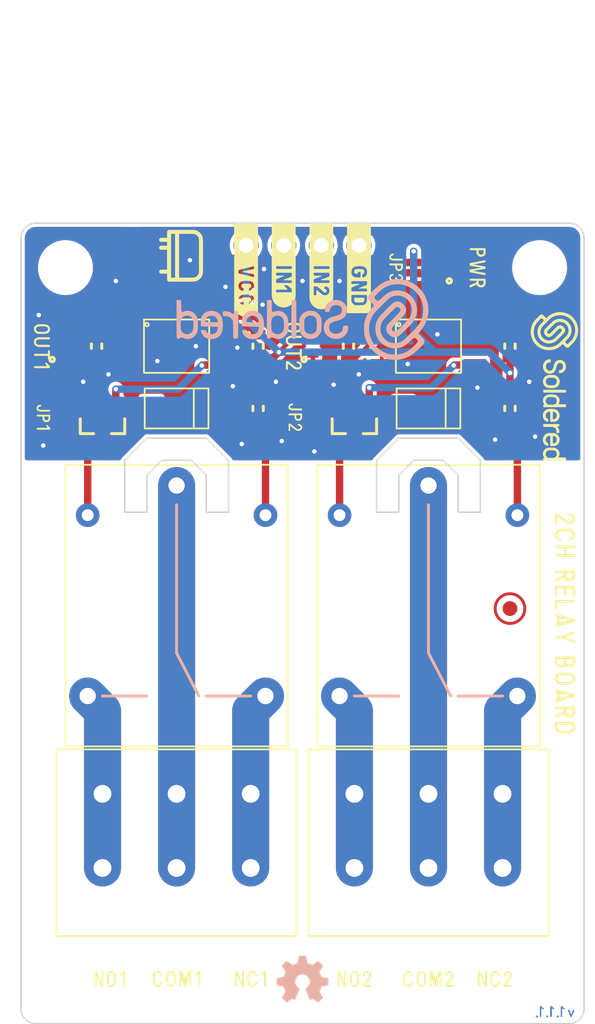
<source format=kicad_pcb>
(kicad_pcb (version 20210623) (generator pcbnew)
  (title_block (title "2CH relay board") (date "2021-07-13") (rev "V1.1.1.") (company "V1.1.1.") (comment 1 "333023"))
  (layers (0 "F.Cu" signal) (31 "B.Cu" signal) (34 "B.Paste" user) (35 "F.Paste" user) (36 "B.SilkS" user "B.Silkscreen") (37 "F.SilkS" user "F.Silkscreen") (38 "B.Mask" user) (39 "F.Mask" user) (44 "Edge.Cuts" user))
  (net 0 "")
  (net 1 "Net-(D1-Pad2)")
  (net 2 "VCC")
  (net 3 "Net-(D2-Pad2)")
  (net 4 "Net-(D2-Pad1)")
  (net 5 "Net-(D3-Pad2)")
  (net 6 "Net-(D4-Pad2)")
  (net 7 "Net-(D4-Pad1)")
  (net 8 "NC1")
  (net 9 "COM1")
  (net 10 "NO1")
  (net 11 "GND")
  (net 12 "IN2")
  (net 13 "IN1")
  (net 14 "NC2")
  (net 15 "COM2")
  (net 16 "NO2")
  (net 17 "Net-(Q1-Pad1)")
  (net 18 "Net-(Q2-Pad1)")
  (net 19 "Net-(R1-Pad1)")
  (net 20 "Net-(R3-Pad1)")
  (net 21 "Net-(R5-Pad1)")
  (net 22 "Net-(R7-Pad1)")
  (net 23 "Net-(JP1-Pad1)")
  (net 24 "Net-(JP2-Pad1)")
  (net 25 "Net-(D5-Pad1)")
  (net 26 "Net-(JP3-Pad2)")
  (footprint "buzzardLabel" (layer "F.Cu") (at 102.81 95.6 -90)
    (fp_text reference "" (at 0 0 90) (layer "F.SilkS") (effects (font (size 1.27 1.27))))
    (fp_text value "" (at 0 0 90) (layer "F.SilkS") (effects (font (size 1.27 1.27))))
  )
  (footprint "buzzardLabel" (layer "F.Cu") (at 110.8 99 -90)
    (fp_text reference "" (at 0 0 90) (layer "F.SilkS") (effects (font (size 1.27 1.27))))
    (fp_text value "" (at 0 0 90) (layer "F.SilkS") (effects (font (size 1.27 1.27))))
  )
  (footprint "e-radionica.com footprinti:SOT-23-3" (layer "F.Cu") (at 102.5 109.5 -90)
    (fp_text reference "Q2")
    (fp_text value "NPN-SOT-23-3")
    (pad "1" smd rect locked (at -1.2 -0.95) (size 0.6 1) (layers "F.Cu" "F.Paste" "F.Mask") (net 18 "Net-(Q2-Pad1)"))
    (pad "2" smd rect locked (at -1.2 0.95) (size 0.6 1) (layers "F.Cu" "F.Paste" "F.Mask") (net 11 "GND"))
    (pad "3" smd rect locked (at 1.2 0) (size 0.6 1) (layers "F.Cu" "F.Paste" "F.Mask") (net 7 "Net-(D4-Pad1)"))
  )
  (footprint "buzzardLabel" (layer "F.Cu") (at 81.5 109.1 -90)
    (fp_text reference "" (at 0 0 90) (layer "F.SilkS") (effects (font (size 1.27 1.27))))
    (fp_text value "" (at 0 0 90) (layer "F.SilkS") (effects (font (size 1.27 1.27))))
  )
  (footprint "e-radionica.com footprinti:SMD-JUMPER-CONNECTED_TRACE_SLODERMASK" (layer "F.Cu") (at 82.7 109.1 -90)
    (fp_text reference "JP1")
    (fp_text value "SMD-JUMPER-CONNECTED_TRACE_SLODERMASK")
    (fp_poly (pts (xy 0.1 0.1) (xy -0.1 0.1) (xy -0.1 -0.1) (xy 0.1 -0.1)) (layer "F.Cu") (width 0.1) (fill solid))
    (pad "1" smd rect (at -0.35 0 270) (size 0.5 1) (layers "F.Cu" "F.Mask") (net 23 "Net-(JP1-Pad1)"))
    (pad "2" smd rect (at 0.35 0 270) (size 0.5 1) (layers "F.Cu" "F.Mask") (net 4 "Net-(D2-Pad1)"))
  )
  (footprint "e-radionica.com footprinti:0402R" (layer "F.Cu") (at 108.3 99 90)
    (fp_text reference "R9")
    (fp_text value "2k2")
    (pad "1" smd rect locked (at -0.5 0 180) (size 0.64 0.54) (layers "F.Cu" "F.Paste" "F.Mask") (net 26 "Net-(JP3-Pad2)"))
    (pad "2" smd rect locked (at 0.5 0 180) (size 0.64 0.54) (layers "F.Cu" "F.Paste" "F.Mask") (net 25 "Net-(D5-Pad1)"))
  )
  (footprint "Soldered Graphics:Logo-Front-SolderedFULL-10mm" (layer "F.Cu") (at 116 107 -90)
    (fp_text reference "G***" hide)
    (fp_text value "LOGO" hide)
  )
  (footprint "e-radionica.com footprinti:FIDUCIAL_23" (layer "F.Cu") (at 113 122)
    (fp_text reference "FD2")
    (fp_text value "FIDUCIAL")
    (fp_circle (center 0 0) (end 1 0) (layer "F.Cu") (width 0.2) (fill none))
    (pad "1" smd circle (at 0 0) (size 1 1) (layers "F.Cu" "F.Paste" "F.Mask") (clearance 1.1))
  )
  (footprint "buzzardLabel" (layer "F.Cu") (at 95.19 95.6 -90)
    (fp_text reference "" (at 0 0 90) (layer "F.SilkS") (effects (font (size 1.27 1.27))))
    (fp_text value "" (at 0 0 90) (layer "F.SilkS") (effects (font (size 1.27 1.27))))
  )
  (footprint "e-radionica.com footprinti:HOLE_3.2mm" (layer "F.Cu") (at 115 147)
    (fp_text reference "H2" hide)
    (fp_text value "HOLE_3.2mm" hide)
    (pad "" np_thru_hole circle locked (at 0 0) (size 3.2 3.2) (drill 3.2) (layers F&B.Cu *.Mask))
  )
  (footprint "buzzardLabel" (layer "F.Cu") (at 97.73 95.6 -90)
    (fp_text reference "" (at 0 0 90) (layer "F.SilkS") (effects (font (size 1.27 1.27))))
    (fp_text value "" (at 0 0 90) (layer "F.SilkS") (effects (font (size 1.27 1.27))))
  )
  (footprint "e-radionica.com footprinti:HOLE_3.2mm" (layer "F.Cu") (at 83 99)
    (fp_text reference "H4" hide)
    (fp_text value "HOLE_3.2mm" hide)
    (pad "" np_thru_hole circle locked (at 0 0) (size 3.2 3.2) (drill 3.2) (layers F&B.Cu *.Mask))
  )
  (footprint "e-radionica.com footprinti:0402R" (layer "F.Cu") (at 82.7 106.7 90)
    (fp_text reference "R2")
    (fp_text value "2k2")
    (pad "1" smd rect locked (at -0.5 0 180) (size 0.64 0.54) (layers "F.Cu" "F.Paste" "F.Mask") (net 23 "Net-(JP1-Pad1)"))
    (pad "2" smd rect locked (at 0.5 0 180) (size 0.64 0.54) (layers "F.Cu" "F.Paste" "F.Mask") (net 1 "Net-(D1-Pad2)"))
  )
  (footprint "e-radionica.com footprinti:PC357_OPTO" (layer "F.Cu") (at 90.5 104.3)
    (fp_text reference "U1")
    (fp_text value "PC357_OPTO")
    (pad "1" smd rect locked (at -3.15 -1.27) (size 1.5 0.8) (layers "F.Cu" "F.Paste" "F.Mask") (net 19 "Net-(R1-Pad1)"))
    (pad "2" smd rect locked (at -3.15 1.27) (size 1.5 0.8) (layers "F.Cu" "F.Paste" "F.Mask") (net 11 "GND"))
    (pad "3" smd rect locked (at 3.15 1.27) (size 1.5 0.8) (layers "F.Cu" "F.Paste" "F.Mask") (net 17 "Net-(Q1-Pad1)"))
    (pad "4" smd rect locked (at 3.15 -1.27) (size 1.5 0.8) (layers "F.Cu" "F.Paste" "F.Mask") (net 20 "Net-(R3-Pad1)"))
  )
  (footprint "e-radionica.com footprinti:0603R" (layer "F.Cu") (at 96 108.5 90)
    (fp_text reference "R4")
    (fp_text value "10R")
    (pad "1" smd rect locked (at -0.775 0 180) (size 1 0.64) (layers "F.Cu" "F.Paste" "F.Mask") (net 3 "Net-(D2-Pad2)"))
    (pad "2" smd rect locked (at 0.775 0 180) (size 1 0.64) (layers "F.Cu" "F.Paste" "F.Mask") (net 2 "VCC"))
  )
  (footprint "e-radionica.com footprinti:0603R" (layer "F.Cu") (at 96 104.3 -90)
    (fp_text reference "R3")
    (fp_text value "330R")
    (pad "1" smd rect locked (at -0.775 0) (size 1 0.64) (layers "F.Cu" "F.Paste" "F.Mask") (net 20 "Net-(R3-Pad1)"))
    (pad "2" smd rect locked (at 0.775 0) (size 1 0.64) (layers "F.Cu" "F.Paste" "F.Mask") (net 2 "VCC"))
  )
  (footprint "buzzardLabel" (layer "F.Cu") (at 90.5 147)
    (fp_text reference "" (at 0 0) (layer "F.SilkS") (effects (font (size 1.27 1.27))))
    (fp_text value "" (at 0 0) (layer "F.SilkS") (effects (font (size 1.27 1.27))))
  )
  (footprint "e-radionica.com footprinti:0402LED" (layer "F.Cu") (at 82.7 104.3 -90)
    (fp_text reference "D1")
    (fp_text value "blue")
    (pad "1" smd rect locked (at -0.55 0) (size 0.75 0.45) (layers "F.Cu" "F.Paste" "F.Mask") (net 2 "VCC"))
    (pad "2" smd rect locked (at 0.55 0) (size 0.75 0.45) (layers "F.Cu" "F.Paste" "F.Mask") (net 1 "Net-(D1-Pad2)"))
  )
  (footprint "buzzardLabel" (layer "F.Cu") (at 107.5 147)
    (fp_text reference "" (at 0 0) (layer "F.SilkS") (effects (font (size 1.27 1.27))))
    (fp_text value "" (at 0 0) (layer "F.SilkS") (effects (font (size 1.27 1.27))))
  )
  (footprint "e-radionica.com footprinti:FIDUCIAL_23" (layer "F.Cu") (at 87.4 98)
    (fp_text reference "FD1")
    (fp_text value "FIDUCIAL")
    (fp_circle (center 0 0) (end 1 0) (layer "F.Cu") (width 0.2) (fill none))
    (pad "1" smd circle (at 0 0) (size 1 1) (layers "F.Cu" "F.Paste" "F.Mask") (clearance 1.1))
  )
  (footprint "buzzardLabel" (layer "F.Cu") (at 112 147)
    (fp_text reference "" (at 0 0) (layer "F.SilkS") (effects (font (size 1.27 1.27))))
    (fp_text value "" (at 0 0) (layer "F.SilkS") (effects (font (size 1.27 1.27))))
  )
  (footprint "e-radionica.com footprinti:0402LED" (layer "F.Cu") (at 109.5 99 -90)
    (fp_text reference "D5")
    (fp_text value "purple")
    (pad "1" smd rect locked (at -0.55 0) (size 0.75 0.45) (layers "F.Cu" "F.Paste" "F.Mask") (net 25 "Net-(D5-Pad1)"))
    (pad "2" smd rect locked (at 0.55 0) (size 0.75 0.45) (layers "F.Cu" "F.Paste" "F.Mask") (net 11 "GND"))
  )
  (footprint "e-radionica.com footprinti:SRD_RELAY_5V" (layer "F.Cu") (at 90.5 121.8 90)
    (fp_text reference "K1")
    (fp_text value "SRD_RELAY_5V")
    (pad "1" thru_hole circle locked (at 6.1 6 90) (size 1.6 1.6) (drill 0.8) (layers *.Cu *.Mask) (net 3 "Net-(D2-Pad2)"))
    (pad "2" thru_hole circle locked (at 6.1 -6 90) (size 1.6 1.6) (drill 0.8) (layers *.Cu *.Mask) (net 4 "Net-(D2-Pad1)"))
    (pad "3" thru_hole circle locked (at -6.1 -6 90) (size 2 2) (drill 1.1) (layers *.Cu *.Mask) (net 10 "NO1"))
    (pad "4" thru_hole circle locked (at 8.1 0 90) (size 2 2) (drill 1.1) (layers *.Cu *.Mask) (net 9 "COM1"))
    (pad "5" thru_hole circle locked (at -6.1 6 90) (size 2 2) (drill 1.1) (layers *.Cu *.Mask) (net 8 "NC1"))
  )
  (footprint "Soldered Graphics:Logo-Back-OSH-3.5mm" (layer "F.Cu") (at 99 147)
    (fp_text reference "G***" hide)
    (fp_text value "LOGO" hide)
  )
  (footprint "buzzardLabel" (layer "F.Cu") (at 116.7 123 -90)
    (fp_text reference "" (at 0 0 90) (layer "F.SilkS") (effects (font (size 1.27 1.27))))
    (fp_text value "" (at 0 0 90) (layer "F.SilkS") (effects (font (size 1.27 1.27))))
  )
  (footprint "e-radionica.com footprinti:0603R" (layer "F.Cu") (at 113 108.5 90)
    (fp_text reference "R8")
    (fp_text value "10R")
    (pad "1" smd rect locked (at -0.775 0 180) (size 1 0.64) (layers "F.Cu" "F.Paste" "F.Mask") (net 6 "Net-(D4-Pad2)"))
    (pad "2" smd rect locked (at 0.775 0 180) (size 1 0.64) (layers "F.Cu" "F.Paste" "F.Mask") (net 2 "VCC"))
  )
  (footprint "e-radionica.com footprinti:0603R" (layer "F.Cu") (at 85.1 104.3 90)
    (fp_text reference "R1")
    (fp_text value "100R")
    (pad "1" smd rect locked (at -0.775 0 180) (size 1 0.64) (layers "F.Cu" "F.Paste" "F.Mask") (net 19 "Net-(R1-Pad1)"))
    (pad "2" smd rect locked (at 0.775 0 180) (size 1 0.64) (layers "F.Cu" "F.Paste" "F.Mask") (net 13 "IN1"))
  )
  (footprint "buzzardLabel" (layer "F.Cu") (at 100.27 95.6 -90)
    (fp_text reference "" (at 0 0 90) (layer "F.SilkS") (effects (font (size 1.27 1.27))))
    (fp_text value "" (at 0 0 90) (layer "F.SilkS") (effects (font (size 1.27 1.27))))
  )
  (footprint "e-radionica.com footprinti:SMD-JUMPER-CONNECTED_TRACE_SLODERMASK" (layer "F.Cu") (at 106.5 99 -90)
    (fp_text reference "JP3")
    (fp_text value "SMD-JUMPER-CONNECTED_TRACE_SLODERMASK")
    (fp_poly (pts (xy 0.1 0.1) (xy -0.1 0.1) (xy -0.1 -0.1) (xy 0.1 -0.1)) (layer "F.Cu") (width 0.1) (fill solid))
    (pad "1" smd rect (at -0.35 0 270) (size 0.5 1) (layers "F.Cu" "F.Mask") (net 2 "VCC"))
    (pad "2" smd rect (at 0.35 0 270) (size 0.5 1) (layers "F.Cu" "F.Mask") (net 26 "Net-(JP3-Pad2)"))
  )
  (footprint "e-radionica.com footprinti:M4_DIODA" (layer "F.Cu") (at 107.5 108.5)
    (fp_text reference "D4")
    (fp_text value "M4_DIODA")
    (pad "1" smd rect locked (at -1.69 0) (size 1.27 1.47) (layers "F.Cu" "F.Paste" "F.Mask") (net 7 "Net-(D4-Pad1)"))
    (pad "2" smd rect locked (at 1.69 0) (size 1.27 1.47) (layers "F.Cu" "F.Paste" "F.Mask") (net 6 "Net-(D4-Pad2)"))
  )
  (footprint "e-radionica.com footprinti:0603R" (layer "F.Cu") (at 102.1 104.3 90)
    (fp_text reference "R5")
    (fp_text value "100R")
    (pad "1" smd rect locked (at -0.775 0 180) (size 1 0.64) (layers "F.Cu" "F.Paste" "F.Mask") (net 21 "Net-(R5-Pad1)"))
    (pad "2" smd rect locked (at 0.775 0 180) (size 1 0.64) (layers "F.Cu" "F.Paste" "F.Mask") (net 12 "IN2"))
  )
  (footprint "e-radionica.com footprinti:0603R" (layer "F.Cu") (at 113 104.3 -90)
    (fp_text reference "R7")
    (fp_text value "330R")
    (pad "1" smd rect locked (at -0.775 0) (size 1 0.64) (layers "F.Cu" "F.Paste" "F.Mask") (net 22 "Net-(R7-Pad1)"))
    (pad "2" smd rect locked (at 0.775 0) (size 1 0.64) (layers "F.Cu" "F.Paste" "F.Mask") (net 2 "VCC"))
  )
  (footprint "e-radionica.com footprinti:SMD-JUMPER-CONNECTED_TRACE_SLODERMASK" (layer "F.Cu") (at 99.7 109.1 -90)
    (fp_text reference "JP2")
    (fp_text value "SMD-JUMPER-CONNECTED_TRACE_SLODERMASK")
    (fp_poly (pts (xy 0.1 0.1) (xy -0.1 0.1) (xy -0.1 -0.1) (xy 0.1 -0.1)) (layer "F.Cu") (width 0.1) (fill solid))
    (pad "1" smd rect (at -0.35 0 270) (size 0.5 1) (layers "F.Cu" "F.Mask") (net 24 "Net-(JP2-Pad1)"))
    (pad "2" smd rect (at 0.35 0 270) (size 0.5 1) (layers "F.Cu" "F.Mask") (net 7 "Net-(D4-Pad1)"))
  )
  (footprint "e-radionica.com footprinti:0402LED" (layer "F.Cu") (at 99.7 104.3 -90)
    (fp_text reference "D3")
    (fp_text value "blue")
    (pad "1" smd rect locked (at -0.55 0) (size 0.75 0.45) (layers "F.Cu" "F.Paste" "F.Mask") (net 2 "VCC"))
    (pad "2" smd rect locked (at 0.55 0) (size 0.75 0.45) (layers "F.Cu" "F.Paste" "F.Mask") (net 5 "Net-(D3-Pad2)"))
  )
  (footprint "buzzardLabel" (layer "F.Cu") (at 86 147)
    (fp_text reference "" (at 0 0) (layer "F.SilkS") (effects (font (size 1.27 1.27))))
    (fp_text value "" (at 0 0) (layer "F.SilkS") (effects (font (size 1.27 1.27))))
  )
  (footprint "e-radionica.com footprinti:HOLE_3.2mm" (layer "F.Cu") (at 115 99)
    (fp_text reference "H3" hide)
    (fp_text value "HOLE_3.2mm" hide)
    (pad "" np_thru_hole circle locked (at 0 0) (size 3.2 3.2) (drill 3.2) (layers F&B.Cu *.Mask))
  )
  (footprint "buzzardLabel" (layer "F.Cu") (at 95.5 147)
    (fp_text reference "" (at 0 0) (layer "F.SilkS") (effects (font (size 1.27 1.27))))
    (fp_text value "" (at 0 0) (layer "F.SilkS") (effects (font (size 1.27 1.27))))
  )
  (footprint "Soldered Graphics:Logo-Back-SolderedFULL-17mm" (layer "F.Cu") (at 99 102.5)
    (fp_text reference "REF**" hide)
    (fp_text value "Logo-Front-SolderedFULL-17mm" hide)
  )
  (footprint "e-radionica.com footprinti:SOT-23-3" (layer "F.Cu") (at 85.5 109.5 -90)
    (fp_text reference "Q1")
    (fp_text value "NPN-SOT-23-3")
    (pad "1" smd rect locked (at -1.2 -0.95) (size 0.6 1) (layers "F.Cu" "F.Paste" "F.Mask") (net 17 "Net-(Q1-Pad1)"))
    (pad "2" smd rect locked (at -1.2 0.95) (size 0.6 1) (layers "F.Cu" "F.Paste" "F.Mask") (net 11 "GND"))
    (pad "3" smd rect locked (at 1.2 0) (size 0.6 1) (layers "F.Cu" "F.Paste" "F.Mask") (net 4 "Net-(D2-Pad1)"))
  )
  (footprint "buzzardLabel" (layer "F.Cu") (at 105.3 99 -90)
    (fp_text reference "" (at 0 0 90) (layer "F.SilkS") (effects (font (size 1.27 1.27))))
    (fp_text value "" (at 0 0 90) (layer "F.SilkS") (effects (font (size 1.27 1.27))))
  )
  (footprint "Soldered Graphics:Symbol-Front-Relay" (layer "F.Cu") (at 90.8 98.2 -90)
    (fp_text reference "G***" hide)
    (fp_text value "LOGO" hide)
  )
  (footprint "buzzardLabel" (layer "F.Cu") (at 98.4 104.3 -90)
    (fp_text reference "" (at 0 0 90) (layer "F.SilkS") (effects (font (size 1.27 1.27))))
    (fp_text value "" (at 0 0 90) (layer "F.SilkS") (effects (font (size 1.27 1.27))))
  )
  (footprint "e-radionica.com footprinti:PC357_OPTO" (layer "F.Cu") (at 107.5 104.3)
    (fp_text reference "U2")
    (fp_text value "PC357_OPTO")
    (pad "1" smd rect locked (at -3.15 -1.27) (size 1.5 0.8) (layers "F.Cu" "F.Paste" "F.Mask") (net 21 "Net-(R5-Pad1)"))
    (pad "2" smd rect locked (at -3.15 1.27) (size 1.5 0.8) (layers "F.Cu" "F.Paste" "F.Mask") (net 11 "GND"))
    (pad "3" smd rect locked (at 3.15 1.27) (size 1.5 0.8) (layers "F.Cu" "F.Paste" "F.Mask") (net 18 "Net-(Q2-Pad1)"))
    (pad "4" smd rect locked (at 3.15 -1.27) (size 1.5 0.8) (layers "F.Cu" "F.Paste" "F.Mask") (net 22 "Net-(R7-Pad1)"))
  )
  (footprint "buzzardLabel" (layer "F.Cu") (at 102.5 147)
    (fp_text reference "" (at 0 0) (layer "F.SilkS") (effects (font (size 1.27 1.27))))
    (fp_text value "" (at 0 0) (layer "F.SilkS") (effects (font (size 1.27 1.27))))
  )
  (footprint "e-radionica.com footprinti:M4_DIODA" (layer "F.Cu") (at 90.5 108.5)
    (fp_text reference "D2")
    (fp_text value "M4_DIODA")
    (pad "1" smd rect locked (at -1.69 0) (size 1.27 1.47) (layers "F.Cu" "F.Paste" "F.Mask") (net 4 "Net-(D2-Pad1)"))
    (pad "2" smd rect locked (at 1.69 0) (size 1.27 1.47) (layers "F.Cu" "F.Paste" "F.Mask") (net 3 "Net-(D2-Pad2)"))
  )
  (footprint "buzzardLabel" (layer "F.Cu") (at 81.4 104.3 -90)
    (fp_text reference "" (at 0 0 90) (layer "F.SilkS") (effects (font (size 1.27 1.27))))
    (fp_text value "" (at 0 0 90) (layer "F.SilkS") (effects (font (size 1.27 1.27))))
  )
  (footprint "buzzardLabel" (layer "F.Cu") (at 98.5 109.1 -90)
    (fp_text reference "" (at 0 0 90) (layer "F.SilkS") (effects (font (size 1.27 1.27))))
    (fp_text value "" (at 0 0 90) (layer "F.SilkS") (effects (font (size 1.27 1.27))))
  )
  (footprint "e-radionica.com footprinti:HOLE_3.2mm" (layer "F.Cu") (at 83 147)
    (fp_text reference "H1" hide)
    (fp_text value "HOLE_3.2mm" hide)
    (pad "" np_thru_hole circle locked (at 0 0) (size 3.2 3.2) (drill 3.2) (layers F&B.Cu *.Mask))
  )
  (footprint "e-radionica.com footprinti:SRD_RELAY_5V" (layer "F.Cu") (at 107.5 121.8 90)
    (fp_text reference "K4")
    (fp_text value "SRD_RELAY_5V")
    (pad "1" thru_hole circle locked (at 6.1 6 90) (size 1.6 1.6) (drill 0.8) (layers *.Cu *.Mask) (net 6 "Net-(D4-Pad2)"))
    (pad "2" thru_hole circle locked (at 6.1 -6 90) (size 1.6 1.6) (drill 0.8) (layers *.Cu *.Mask) (net 7 "Net-(D4-Pad1)"))
    (pad "3" thru_hole circle locked (at -6.1 -6 90) (size 2 2) (drill 1.1) (layers *.Cu *.Mask) (net 16 "NO2"))
    (pad "4" thru_hole circle locked (at 8.1 0 90) (size 2 2) (drill 1.1) (layers *.Cu *.Mask) (net 15 "COM2"))
    (pad "5" thru_hole circle locked (at -6.1 6 90) (size 2 2) (drill 1.1) (layers *.Cu *.Mask) (net 14 "NC2"))
  )
  (footprint "e-radionica.com footprinti:0402R" (layer "F.Cu") (at 99.7 106.7 90)
    (fp_text reference "R6")
    (fp_text value "2k2")
    (pad "1" smd rect locked (at -0.5 0 180) (size 0.64 0.54) (layers "F.Cu" "F.Paste" "F.Mask") (net 24 "Net-(JP2-Pad1)"))
    (pad "2" smd rect locked (at 0.5 0 180) (size 0.64 0.54) (layers "F.Cu" "F.Paste" "F.Mask") (net 5 "Net-(D3-Pad2)"))
  )
  (footprint "e-radionica.com footprinti:TERMINAL_KF235-5.0-3P" (layer "F.Cu") (at 107.5 137)
    (fp_text reference "K5")
    (fp_text value "TERMINAL_KF235-5.0-3P")
    (pad "1" thru_hole circle locked (at 5 -2.5) (size 2 2) (drill 1.2) (layers *.Cu *.Mask) (net 14 "NC2"))
    (pad "1" thru_hole circle locked (at 5 2.5) (size 2 2) (drill 1.2) (layers *.Cu *.Mask) (net 14 "NC2"))
    (pad "2" thru_hole circle locked (at 0 -2.5) (size 2 2) (drill 1.2) (layers *.Cu *.Mask) (net 15 "COM2"))
    (pad "2" thru_hole circle locked (at 0 2.5) (size 2 2) (drill 1.2) (layers *.Cu *.Mask) (net 15 "COM2"))
    (pad "3" thru_hole circle locked (at -5 -2.5) (size 2 2) (drill 1.2) (layers *.Cu *.Mask) (net 16 "NO2"))
    (pad "3" thru_hole circle locked (at -5 2.5) (size 2 2) (drill 1.2) (layers *.Cu *.Mask) (net 16 "NO2"))
  )
  (footprint "e-radionica.com footprinti:TERMINAL_KF235-5.0-3P" (layer "F.Cu") (at 90.5 137)
    (fp_text reference "K2")
    (fp_text value "TERMINAL_KF235-5.0-3P")
    (pad "1" thru_hole circle locked (at 5 -2.5) (size 2 2) (drill 1.2) (layers *.Cu *.Mask) (net 8 "NC1"))
    (pad "1" thru_hole circle locked (at 5 2.5) (size 2 2) (drill 1.2) (layers *.Cu *.Mask) (net 8 "NC1"))
    (pad "2" thru_hole circle locked (at 0 -2.5) (size 2 2) (drill 1.2) (layers *.Cu *.Mask) (net 9 "COM1"))
    (pad "2" thru_hole circle locked (at 0 2.5) (size 2 2) (drill 1.2) (layers *.Cu *.Mask) (net 9 "COM1"))
    (pad "3" thru_hole circle locked (at -5 2.5) (size 2 2) (drill 1.2) (layers *.Cu *.Mask) (net 10 "NO1"))
    (pad "3" thru_hole circle locked (at -5 -2.5) (size 2 2) (drill 1.2) (layers *.Cu *.Mask) (net 10 "NO1"))
  )
  (footprint "e-radionica.com footprinti:HEADER_MALE_4X1" (layer "B.Cu") (at 99 97.5)
    (fp_text reference "K3")
    (fp_text value "HEADER_MALE_4X1")
    (pad "1" thru_hole circle locked (at -3.81 0) (size 1.7 1.7) (drill 1) (layers *.Cu *.Mask) (net 2 "VCC"))
    (pad "2" thru_hole circle locked (at -1.27 0) (size 1.7 1.7) (drill 1) (layers *.Cu *.Mask) (net 13 "IN1"))
    (pad "3" thru_hole circle locked (at 1.27 0) (size 1.7 1.7) (drill 1) (layers *.Cu *.Mask) (net 12 "IN2"))
    (pad "4" thru_hole circle locked (at 3.81 0) (size 1.7 1.7) (drill 1) (layers *.Cu *.Mask) (net 11 "GND"))
  )
  (footprint "Soldered Graphics:Version1.1.1." (layer "B.Cu") (at 116 149.2 180)
    (fp_text reference "REF**" hide)
    (fp_text value "Version1.1.1." hide)
    (fp_poly (pts (xy 0.91 -0.35) (xy 0.96 -0.35) (xy 0.98 -0.31) (xy 0.98 0.35) (xy 0.95 0.38) (xy 0.89 0.38) (xy 0.86 0.34) (xy 0.74 0.22) (xy 0.73 0.17) (xy 0.76 0.16) (xy 0.85 0.22) (xy 0.89 0.23) (xy 0.89 -0.31) (xy 0.91 -0.35)) (layer "B.Cu") (width 0.01) (fill solid))
    (fp_poly (pts (xy -0.5 -0.35) (xy -0.44 -0.35) (xy -0.43 -0.31) (xy -0.43 0.35) (xy -0.46 0.38) (xy -0.52 0.38) (xy -0.55 0.34) (xy -0.67 0.22) (xy -0.68 0.17) (xy -0.65 0.16) (xy -0.56 0.22) (xy -0.52 0.23) (xy -0.52 -0.31) (xy -0.5 -0.35)) (layer "B.Cu") (width 0.01) (fill solid))
    (fp_poly (pts (xy 0.43 -0.38) (xy 0.48 -0.38) (xy 0.54 -0.37) (xy 0.54 -0.33) (xy 0.54 -0.27) (xy 0.5 -0.26) (xy 0.45 -0.26) (xy 0.42 -0.29) (xy 0.42 -0.34) (xy 0.43 -0.38)) (layer "B.Cu") (width 0.01) (fill solid))
    (fp_poly (pts (xy -1.15 -0.35) (xy -1.1 -0.35) (xy -1.07 -0.31) (xy -0.92 0.1) (xy -0.94 0.13) (xy -0.99 0.13) (xy -1.02 0.1) (xy -1.11 -0.16) (xy -1.13 -0.21) (xy -1.15 -0.17) (xy -1.24 0.09) (xy -1.26 0.13) (xy -1.32 0.13) (xy -1.34 0.1) (xy -1.18 -0.31) (xy -1.15 -0.35)) (layer "B.Cu") (width 0.01) (fill solid))
    (fp_poly (pts (xy 1.14 -0.38) (xy 1.19 -0.38) (xy 1.24 -0.37) (xy 1.25 -0.33) (xy 1.25 -0.27) (xy 1.2 -0.26) (xy 1.15 -0.26) (xy 1.12 -0.29) (xy 1.12 -0.34) (xy 1.14 -0.38)) (layer "B.Cu") (width 0.01) (fill solid))
    (fp_poly (pts (xy 0.21 -0.35) (xy 0.26 -0.35) (xy 0.28 -0.31) (xy 0.28 0.35) (xy 0.24 0.38) (xy 0.19 0.38) (xy 0.15 0.34) (xy 0.04 0.22) (xy 0.02 0.17) (xy 0.05 0.16) (xy 0.14 0.22) (xy 0.18 0.23) (xy 0.18 -0.31) (xy 0.21 -0.35)) (layer "B.Cu") (width 0.01) (fill solid))
    (fp_poly (pts (xy -0.27 -0.38) (xy -0.22 -0.38) (xy -0.17 -0.37) (xy -0.16 -0.33) (xy -0.16 -0.27) (xy -0.21 -0.26) (xy -0.26 -0.26) (xy -0.29 -0.29) (xy -0.29 -0.34) (xy -0.27 -0.38)) (layer "B.Cu") (width 0.01) (fill solid))
  )
  (gr_line (start 85.5 127.9) (end 88.5 127.9) (layer "B.SilkS") (width 0.2))
  (gr_line (start 107.5 115) (end 107.5 125) (layer "B.SilkS") (width 0.2))
  (gr_line (start 102.5 127.9) (end 105.5 127.9) (layer "B.SilkS") (width 0.2))
  (gr_line (start 107.5 125) (end 109 127.9) (layer "B.SilkS") (width 0.2))
  (gr_line (start 112.5 127.9) (end 109.5 127.9) (layer "B.SilkS") (width 0.2))
  (gr_line (start 90.5 125) (end 92 127.9) (layer "B.SilkS") (width 0.2))
  (gr_line (start 90.5 115) (end 90.5 125) (layer "B.SilkS") (width 0.2))
  (gr_line (start 95.5 127.9) (end 92.5 127.9) (layer "B.SilkS") (width 0.2))
  (gr_line (start 94 112) (end 94 115.5) (layer "Edge.Cuts") (width 0.1))
  (gr_line (start 117 96) (end 81 96) (layer "Edge.Cuts") (width 0.1))
  (gr_line (start 111 112) (end 111 115.5) (layer "Edge.Cuts") (width 0.1))
  (gr_line (start 106.5 112) (end 105.5 113) (layer "Edge.Cuts") (width 0.1))
  (gr_line (start 89.5 112) (end 88.5 113) (layer "Edge.Cuts") (width 0.1))
  (gr_line (start 105.5 115.5) (end 104 115.5) (layer "Edge.Cuts") (width 0.1))
  (gr_line (start 81 150) (end 117 150) (layer "Edge.Cuts") (width 0.1))
  (gr_line (start 105.5 110.5) (end 109.5 110.5) (layer "Edge.Cuts") (width 0.1))
  (gr_line (start 88.5 110.5) (end 92.5 110.5) (layer "Edge.Cuts") (width 0.1))
  (gr_line (start 109.5 113) (end 108.5 112) (layer "Edge.Cuts") (width 0.1))
  (gr_arc (start 117 97) (end 117 96) (angle 90) (layer "Edge.Cuts") (width 0.1))
  (gr_line (start 109.5 115.5) (end 109.5 113) (layer "Edge.Cuts") (width 0.1))
  (gr_line (start 104 112) (end 105.5 110.5) (layer "Edge.Cuts") (width 0.1))
  (gr_arc (start 117 149) (end 118 149) (angle 90) (layer "Edge.Cuts") (width 0.1))
  (gr_line (start 108.5 112) (end 106.5 112) (layer "Edge.Cuts") (width 0.1))
  (gr_line (start 109.5 110.5) (end 111 112) (layer "Edge.Cuts") (width 0.1))
  (gr_arc (start 81 149) (end 81 150) (angle 90) (layer "Edge.Cuts") (width 0.1))
  (gr_line (start 111 115.5) (end 109.5 115.5) (layer "Edge.Cuts") (width 0.1))
  (gr_arc (start 81 97) (end 80 97) (angle 90) (layer "Edge.Cuts") (width 0.1))
  (gr_line (start 105.5 113) (end 105.5 115.5) (layer "Edge.Cuts") (width 0.1))
  (gr_line (start 87 112) (end 88.5 110.5) (layer "Edge.Cuts") (width 0.1))
  (gr_line (start 92.5 115.5) (end 92.5 113) (layer "Edge.Cuts") (width 0.1))
  (gr_line (start 88.5 113) (end 88.5 115.5) (layer "Edge.Cuts") (width 0.1))
  (gr_line (start 94 115.5) (end 92.5 115.5) (layer "Edge.Cuts") (width 0.1))
  (gr_line (start 92.5 110.5) (end 94 112) (layer "Edge.Cuts") (width 0.1))
  (gr_line (start 80 97) (end 80 149) (layer "Edge.Cuts") (width 0.1))
  (gr_line (start 91.5 112) (end 89.5 112) (layer "Edge.Cuts") (width 0.1))
  (gr_line (start 118 149) (end 118 97) (layer "Edge.Cuts") (width 0.1))
  (gr_line (start 92.5 113) (end 91.5 112) (layer "Edge.Cuts") (width 0.1))
  (gr_line (start 87 115.5) (end 87 112) (layer "Edge.Cuts") (width 0.1))
  (gr_line (start 104 115.5) (end 104 112) (layer "Edge.Cuts") (width 0.1))
  (gr_line (start 88.5 115.5) (end 87 115.5) (layer "Edge.Cuts") (width 0.1))
  (segment (start 82.7 104.85) (end 82.7 106.2) (width 0.3) (layer "F.Cu") (net 1))
  (segment (start 98.35 103.75) (end 99.7 103.75) (width 0.3) (layer "F.Cu") (net 2))
  (segment (start 96 107.725) (end 96 105.075) (width 0.5) (layer "F.Cu") (net 2))
  (segment (start 113 106.1) (end 113 107.725) (width 0.5) (layer "F.Cu") (net 2))
  (segment (start 92.09 100.6) (end 95.19 97.5) (width 0.3) (layer "F.Cu") (net 2))
  (segment (start 97.4 104.7) (end 98.35 103.75) (width 0.3) (layer "F.Cu") (net 2))
  (segment (start 85.85 100.6) (end 92.09 100.6) (width 0.3) (layer "F.Cu") (net 2))
  (segment (start 97.4 104.7) (end 97.025 105.075) (width 0.5) (layer "F.Cu") (net 2))
  (segment (start 106.5 97.9) (end 106.5 98.65) (width 0.5) (layer "F.Cu") (net 2))
  (segment (start 97.025 105.075) (end 96 105.075) (width 0.5) (layer "F.Cu") (net 2))
  (segment (start 113 106.1) (end 113 105.075) (width 0.5) (layer "F.Cu") (net 2))
  (segment (start 82.7 103.75) (end 85.85 100.6) (width 0.3) (layer "F.Cu") (net 2))
  (via (at 106.5 97.9) (size 0.5) (drill 0.3) (layers "F.Cu" "B.Cu") (net 2))
  (via (at 113 106.1) (size 0.5) (drill 0.3) (layers "F.Cu" "B.Cu") (net 2))
  (via (at 97.4 104.7) (size 0.5) (drill 0.3) (layers "F.Cu" "B.Cu") (net 2))
  (segment (start 111.6 104.7) (end 113 106.1) (width 0.5) (layer "B.Cu") (net 2))
  (segment (start 107.9 104.7) (end 111.6 104.7) (width 0.5) (layer "B.Cu") (net 2))
  (segment (start 97.4 104.7) (end 107.9 104.7) (width 0.5) (layer "B.Cu") (net 2))
  (segment (start 95.19 102.49) (end 95.19 97.5) (width 0.5) (layer "B.Cu") (net 2))
  (segment (start 97.4 104.7) (end 95.19 102.49) (width 0.5) (layer "B.Cu") (net 2))
  (segment (start 107.9 104.7) (end 106.5 103.3) (width 0.5) (layer "B.Cu") (net 2))
  (segment (start 106.5 103.3) (end 106.5 97.9) (width 0.5) (layer "B.Cu") (net 2))
  (segment (start 94.4 109.3) (end 95.975 109.3) (width 0.5) (layer "F.Cu") (net 3))
  (segment (start 96.5 109.775) (end 96 109.275) (width 0.5) (layer "F.Cu") (net 3))
  (segment (start 95.975 109.3) (end 96 109.275) (width 0.5) (layer "F.Cu") (net 3))
  (segment (start 96.5 115.7) (end 96.5 109.775) (width 0.5) (layer "F.Cu") (net 3))
  (segment (start 93.6 108.5) (end 94.4 109.3) (width 0.5) (layer "F.Cu") (net 3))
  (segment (start 92.19 108.5) (end 93.6 108.5) (width 0.5) (layer "F.Cu") (net 3))
  (segment (start 83.7 110.7) (end 85.5 110.7) (width 0.3) (layer "F.Cu") (net 4))
  (segment (start 86.61 110.7) (end 88.81 108.5) (width 0.5) (layer "F.Cu") (net 4))
  (segment (start 84.5 111.7) (end 85.5 110.7) (width 0.5) (layer "F.Cu") (net 4))
  (segment (start 82.7 109.45) (end 82.7 109.7) (width 0.3) (layer "F.Cu") (net 4))
  (segment (start 84.5 115.7) (end 84.5 111.7) (width 0.5) (layer "F.Cu") (net 4))
  (segment (start 82.7 109.7) (end 83.7 110.7) (width 0.3) (layer "F.Cu") (net 4))
  (segment (start 85.5 110.7) (end 86.61 110.7) (width 0.5) (layer "F.Cu") (net 4))
  (segment (start 99.7 106.2) (end 99.7 104.85) (width 0.3) (layer "F.Cu") (net 5))
  (segment (start 109.19 108.5) (end 110.5 108.5) (width 0.5) (layer "F.Cu") (net 6))
  (segment (start 111.3 109.3) (end 112.975 109.3) (width 0.5) (layer "F.Cu") (net 6))
  (segment (start 110.5 108.5) (end 111.3 109.3) (width 0.5) (layer "F.Cu") (net 6))
  (segment (start 113.5 115.7) (end 113.5 109.775) (width 0.5) (layer "F.Cu") (net 6))
  (segment (start 113.5 109.775) (end 113 109.275) (width 0.5) (layer "F.Cu") (net 6))
  (segment (start 112.975 109.3) (end 113 109.275) (width 0.5) (layer "F.Cu") (net 6))
  (segment (start 101.5 111.7) (end 102.5 110.7) (width 0.5) (layer "F.Cu") (net 7))
  (segment (start 103.61 110.7) (end 105.81 108.5) (width 0.5) (layer "F.Cu") (net 7))
  (segment (start 101.5 115.7) (end 101.5 111.7) (width 0.5) (layer "F.Cu") (net 7))
  (segment (start 102.5 110.7) (end 103.61 110.7) (width 0.5) (layer "F.Cu") (net 7))
  (segment (start 99.7 109.7) (end 100.7 110.7) (width 0.3) (layer "F.Cu") (net 7))
  (segment (start 99.7 109.45) (end 99.7 109.7) (width 0.3) (layer "F.Cu") (net 7))
  (segment (start 100.7 110.7) (end 102.5 110.7) (width 0.3) (layer "F.Cu") (net 7))
  (segment (start 95.5 139.5) (end 95.5 134.5) (width 2.5) (layer "F.Cu") (net 8))
  (segment (start 95.5 128.9) (end 96.5 127.9) (width 2.5) (layer "F.Cu") (net 8))
  (segment (start 95.5 134.5) (end 95.5 128.9) (width 2.5) (layer "F.Cu") (net 8))
  (segment (start 95.5 139.5) (end 95.5 134.5) (width 2.5) (layer "B.Cu") (net 8))
  (segment (start 95.5 134.5) (end 95.5 128.9) (width 2.5) (layer "B.Cu") (net 8))
  (segment (start 95.5 128.9) (end 96.5 127.9) (width 2.5) (layer "B.Cu") (net 8))
  (segment (start 90.5 139.5) (end 90.5 134.5) (width 2.5) (layer "F.Cu") (net 9))
  (segment (start 90.5 134.5) (end 90.5 113.7) (width 2.5) (layer "F.Cu") (net 9))
  (segment (start 90.5 134.5) (end 90.5 139.5) (width 2.5) (layer "B.Cu") (net 9))
  (segment (start 90.5 113.7) (end 90.5 134.5) (width 2.5) (layer "B.Cu") (net 9))
  (segment (start 85.5 128.9) (end 84.5 127.9) (width 2.5) (layer "F.Cu") (net 10))
  (segment (start 85.5 139.5) (end 85.5 134.5) (width 2.5) (layer "F.Cu") (net 10))
  (segment (start 85.5 134.5) (end 85.5 128.9) (width 2.5) (layer "F.Cu") (net 10))
  (segment (start 85.5 134.5) (end 85.5 128.9) (width 2.5) (layer "B.Cu") (net 10))
  (segment (start 85.5 128.9) (end 84.5 127.9) (width 2.5) (layer "B.Cu") (net 10))
  (segment (start 85.5 139.5) (end 85.5 134.5) (width 2.5) (layer "B.Cu") (net 10))
  (via (at 114.7 110.4) (size 0.5) (drill 0.3) (layers "F.Cu" "B.Cu") (net 11))
  (via (at 101.1 106.9) (size 0.5) (drill 0.3) (layers "F.Cu" "B.Cu") (net 11))
  (via (at 81.2 102.2) (size 0.5) (drill 0.3) (layers "F.Cu" "B.Cu") (net 11))
  (via (at 112 110.6) (size 0.5) (drill 0.3) (layers "F.Cu" "B.Cu") (net 11))
  (via (at 97.6 110.7) (size 0.5) (drill 0.3) (layers "F.Cu" "B.Cu") (net 11))
  (via (at 94.3 107) (size 0.5) (drill 0.3) (layers "F.Cu" "B.Cu") (net 11))
  (via (at 110.8 107.1) (size 0.5) (drill 0.3) (layers "F.Cu" "B.Cu") (net 11))
  (via (at 84.2 106.7) (size 0.5) (drill 0.3) (layers "F.Cu" "B.Cu") (net 11))
  (via (at 93.8 100.3) (size 0.5) (drill 0.3) (layers "F.Cu" "B.Cu") (net 11))
  (via (at 114.3 106.7) (size 0.5) (drill 0.3) (layers "F.Cu" "B.Cu") (net 11))
  (via (at 91.4 98.5) (size 0.5) (drill 0.3) (layers "F.Cu" "B.Cu") (net 11))
  (via (at 91.8 104.3) (size 0.5) (drill 0.3) (layers "F.Cu" "B.Cu") (net 11))
  (via (at 108.1 103.5) (size 0.5) (drill 0.3) (layers "F.Cu" "B.Cu") (net 11))
  (via (at 97.2 106.7) (size 0.5) (drill 0.3) (layers "F.Cu" "B.Cu") (net 11))
  (via (at 102.8 106.2) (size 0.5) (drill 0.3) (layers "F.Cu" "B.Cu") (net 11))
  (via (at 86.4 99.9) (size 0.5) (drill 0.3) (layers "F.Cu" "B.Cu") (net 11))
  (via (at 89.2 105.3) (size 0.5) (drill 0.3) (layers "F.Cu" "B.Cu") (net 11))
  (via (at 85.9 106.2) (size 0.5) (drill 0.3) (layers "F.Cu" "B.Cu") (net 11))
  (via (at 99.8 111.4) (size 0.5) (drill 0.3) (layers "F.Cu" "B.Cu") (net 11))
  (via (at 101.5 99.9) (size 0.5) (drill 0.3) (layers "F.Cu" "B.Cu") (net 11))
  (via (at 99 99.9) (size 0.5) (drill 0.3) (layers "F.Cu" "B.Cu") (net 11))
  (via (at 106.1 105.5) (size 0.5) (drill 0.3) (layers "F.Cu" "B.Cu") (net 11))
  (via (at 96.4 99.1) (size 0.5) (drill 0.3) (layers "F.Cu" "B.Cu") (net 11))
  (via (at 94.9 110.9) (size 0.5) (drill 0.3) (layers "F.Cu" "B.Cu") (net 11))
  (via (at 94.6 104.4) (size 0.5) (drill 0.3) (layers "F.Cu" "B.Cu") (net 11))
  (via (at 81.5 111) (size 0.5) (drill 0.3) (layers "F.Cu" "B.Cu") (net 11))
  (via (at 96.3 101.5) (size 0.5) (drill 0.3) (layers "F.Cu" "B.Cu") (net 11))
  (segment (start 100.27 100.27) (end 100.27 97.5) (width 0.3) (layer "F.Cu") (net 12))
  (segment (start 102.1 102.1) (end 100.27 100.27) (width 0.3) (layer "F.Cu") (net 12))
  (segment (start 102.1 103.525) (end 102.1 102.1) (width 0.3) (layer "F.Cu") (net 12))
  (segment (start 97.73 98.87) (end 97.73 97.5) (width 0.3) (layer "F.Cu") (net 13))
  (segment (start 95.1 101.5) (end 97.73 98.87) (width 0.3) (layer "F.Cu") (net 13))
  (segment (start 85.1 103.525) (end 85.1 102.7) (width 0.3) (layer "F.Cu") (net 13))
  (segment (start 86.3 101.5) (end 95.1 101.5) (width 0.3) (layer "F.Cu") (net 13))
  (segment (start 85.1 102.7) (end 86.3 101.5) (width 0.3) (layer "F.Cu") (net 13))
  (segment (start 112.5 128.9) (end 113.5 127.9) (width 2.5) (layer "F.Cu") (net 14))
  (segment (start 112.5 134.5) (end 112.5 128.9) (width 2.5) (layer "F.Cu") (net 14))
  (segment (start 112.5 139.5) (end 112.5 134.5) (width 2.5) (layer "F.Cu") (net 14))
  (segment (start 112.5 128.9) (end 113.5 127.9) (width 2.5) (layer "B.Cu") (net 14))
  (segment (start 112.5 139.5) (end 112.5 128.9) (width 2.5) (layer "B.Cu") (net 14))
  (segment (start 107.5 139.5) (end 107.5 134.5) (width 2.5) (layer "F.Cu") (net 15))
  (segment (start 107.5 134.5) (end 107.5 113.7) (width 2.5) (layer "F.Cu") (net 15))
  (segment (start 107.5 134.5) (end 107.5 113.7) (width 2.5) (layer "B.Cu") (net 15))
  (segment (start 107.5 139.5) (end 107.5 134.5) (width 2.5) (layer "B.Cu") (net 15))
  (segment (start 102.5 128.9) (end 101.5 127.9) (width 2.5) (layer "F.Cu") (net 16))
  (segment (start 102.5 139.5) (end 102.5 134.5) (width 2.5) (layer "F.Cu") (net 16))
  (segment (start 102.5 134.5) (end 102.5 128.9) (width 2.5) (layer "F.Cu") (net 16))
  (segment (start 102.5 134.5) (end 102.5 128.9) (width 2.5) (layer "B.Cu") (net 16))
  (segment (start 102.5 139.5) (end 102.5 134.5) (width 2.5) (layer "B.Cu") (net 16))
  (segment (start 102.5 128.9) (end 101.5 127.9) (width 2.5) (layer "B.Cu") (net 16))
  (segment (start 86.4 107.2) (end 86.4 108.25) (width 0.5) (layer "F.Cu") (net 17))
  (segment (start 92.23 105.57) (end 92.2 105.6) (width 0.5) (layer "F.Cu") (net 17))
  (segment (start 93.65 105.57) (end 92.23 105.57) (width 0.5) (layer "F.Cu") (net 17))
  (segment (start 86.4 108.25) (end 86.45 108.3) (width 0.5) (layer "F.Cu") (net 17))
  (via (at 86.4 107.2) (size 0.5) (drill 0.3) (layers "F.Cu" "B.Cu") (net 17))
  (via (at 92.2 105.6) (size 0.5) (drill 0.3) (layers "F.Cu" "B.Cu") (net 17))
  (segment (start 92.2 105.6) (end 90.6 107.2) (width 0.5) (layer "B.Cu") (net 17))
  (segment (start 90.6 107.2) (end 86.4 107.2) (width 0.5) (layer "B.Cu") (net 17))
  (segment (start 110.65 105.57) (end 109.23 105.57) (width 0.5) (layer "F.Cu") (net 18))
  (segment (start 109.23 105.57) (end 109.2 105.6) (width 0.5) (layer "F.Cu") (net 18))
  (segment (start 103.5 107.1) (end 103.5 108.25) (width 0.5) (layer "F.Cu") (net 18))
  (segment (start 103.5 108.25) (end 103.45 108.3) (width 0.5) (layer "F.Cu") (net 18))
  (via (at 103.5 107.1) (size 0.5) (drill 0.3) (layers "F.Cu" "B.Cu") (net 18))
  (via (at 109.2 105.6) (size 0.5) (drill 0.3) (layers "F.Cu" "B.Cu") (net 18))
  (segment (start 109.2 105.6) (end 107.7 107.1) (width 0.5) (layer "B.Cu") (net 18))
  (segment (start 107.7 107.1) (end 103.5 107.1) (width 0.5) (layer "B.Cu") (net 18))
  (segment (start 85.725 105.075) (end 87.35 103.45) (width 0.3) (layer "F.Cu") (net 19))
  (segment (start 85.1 105.075) (end 85.725 105.075) (width 0.3) (layer "F.Cu") (net 19))
  (segment (start 87.35 103.45) (end 87.35 103.03) (width 0.3) (layer "F.Cu") (net 19))
  (segment (start 93.65 103.03) (end 95.505 103.03) (width 0.5) (layer "F.Cu") (net 20))
  (segment (start 95.505 103.03) (end 96 103.525) (width 0.5) (layer "F.Cu") (net 20))
  (segment (start 104.35 103.35) (end 104.35 103.03) (width 0.3) (layer "F.Cu") (net 21))
  (segment (start 102.1 105.075) (end 102.625 105.075) (width 0.3) (layer "F.Cu") (net 21))
  (segment (start 102.625 105.075) (end 104.35 103.35) (width 0.3) (layer "F.Cu") (net 21))
  (segment (start 110.65 103.03) (end 112.505 103.03) (width 0.5) (layer "F.Cu") (net 22))
  (segment (start 112.505 103.03) (end 113 103.525) (width 0.5) (layer "F.Cu") (net 22))
  (segment (start 82.7 107.2) (end 82.7 108.75) (width 0.3) (layer "F.Cu") (net 23))
  (segment (start 99.7 108.75) (end 99.7 107.2) (width 0.3) (layer "F.Cu") (net 24))
  (segment (start 109.5 98.45) (end 108.35 98.45) (width 0.3) (layer "F.Cu") (net 25))
  (segment (start 108.35 98.45) (end 108.3 98.5) (width 0.3) (layer "F.Cu") (net 25))
  (segment (start 108.3 99.5) (end 106.65 99.5) (width 0.3) (layer "F.Cu") (net 26))
  (segment (start 106.65 99.5) (end 106.5 99.35) (width 0.3) (layer "F.Cu") (net 26))
  (zone (net 11) (net_name "GND") (layers F&B.Cu) (connect_pads (clearance 0.254)) (min_thickness 0.254) (fill yes (thermal_gap 0.254) (thermal_bridge_width 0.254))
    (polygon (pts (xy 118 112) (xy 80 112) (xy 80 96) (xy 118 96)))
  )
)
</source>
